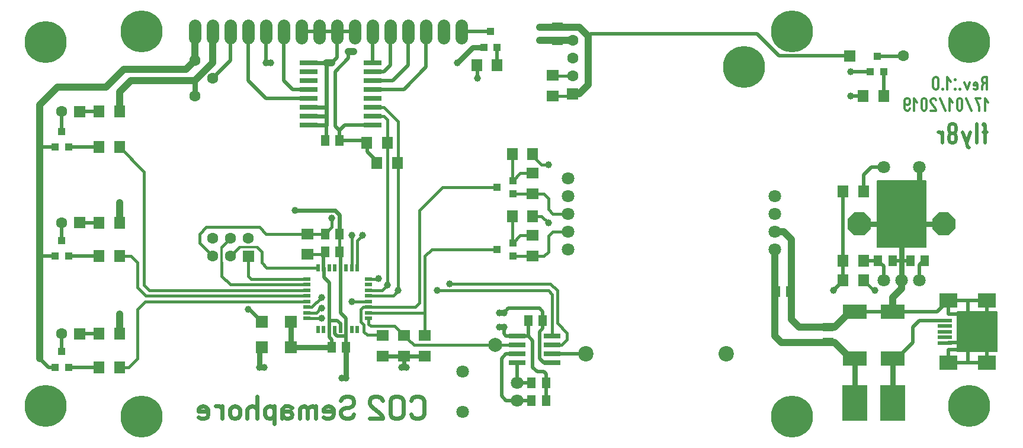
<source format=gbr>
%FSLAX34Y34*%
%MOMM*%
%LNCOPPER_BOTTOM*%
G71*
G01*
%ADD10C, 1.800*%
%ADD11C, 1.800*%
%ADD12C, 1.600*%
%ADD13C, 6.000*%
%ADD14C, 1.600*%
%ADD15R, 0.500X1.000*%
%ADD16R, 1.000X0.500*%
%ADD17R, 2.600X0.800*%
%ADD18R, 2.400X0.800*%
%ADD19C, 2.200*%
%ADD20R, 2.500X2.000*%
%ADD21R, 2.000X0.500*%
%ADD22R, 3.600X5.200*%
%ADD23R, 3.500X2.000*%
%ADD24R, 1.500X1.200*%
%ADD25R, 1.200X1.500*%
%ADD26R, 1.800X1.500*%
%ADD27R, 1.500X1.800*%
%ADD28C, 1.600*%
%ADD29R, 1.700X1.800*%
%ADD30R, 1.100X1.100*%
%ADD31C, 2.000*%
%ADD32C, 0.800*%
%ADD33C, 0.500*%
%ADD34C, 0.200*%
%ADD35C, 1.800*%
%ADD36C, 1.000*%
%ADD37C, 1.000*%
%ADD38C, 0.400*%
%ADD39C, 0.600*%
%ADD40C, 0.300*%
%ADD41C, 0.556*%
%ADD42C, 0.318*%
%ADD43C, 0.476*%
%LPD*%
G54D10*
X294000Y628600D02*
X294000Y610600D01*
G54D10*
X319400Y628600D02*
X319400Y610600D01*
G54D10*
X344800Y628600D02*
X344800Y610600D01*
G54D10*
X370200Y628600D02*
X370200Y610600D01*
G54D10*
X395600Y628600D02*
X395600Y610600D01*
G54D10*
X421000Y628600D02*
X421000Y610600D01*
G54D10*
X446400Y628600D02*
X446400Y610600D01*
G54D10*
X471800Y628600D02*
X471800Y610600D01*
G54D10*
X497200Y628600D02*
X497200Y610600D01*
G54D10*
X522600Y628600D02*
X522600Y610600D01*
G54D10*
X548000Y628600D02*
X548000Y610600D01*
G54D10*
X573400Y628600D02*
X573400Y610600D01*
G54D10*
X598800Y628600D02*
X598800Y610600D01*
G54D10*
X624200Y628600D02*
X624200Y610600D01*
G54D10*
X649600Y628600D02*
X649600Y610600D01*
G54D10*
X675000Y628600D02*
X675000Y610600D01*
X1278250Y264000D02*
G54D11*
D03*
X1303650Y264000D02*
G54D11*
D03*
X1329050Y264000D02*
G54D11*
D03*
X1278250Y425925D02*
G54D11*
D03*
X1329050Y425925D02*
G54D11*
D03*
G36*
X1226825Y351810D02*
X1236477Y361462D01*
X1250173Y361462D01*
X1259825Y351810D01*
X1259825Y338114D01*
X1250173Y328462D01*
X1236477Y328462D01*
X1226825Y338114D01*
X1226825Y351810D01*
G37*
G36*
X1347475Y351810D02*
X1357127Y361462D01*
X1370823Y361462D01*
X1380475Y351810D01*
X1380475Y338114D01*
X1370823Y328462D01*
X1357127Y328462D01*
X1347475Y338114D01*
X1347475Y351810D01*
G37*
G36*
X136900Y497300D02*
X120900Y497300D01*
X120900Y513300D01*
X136900Y513300D01*
X136900Y497300D01*
G37*
X103500Y505300D02*
G54D12*
D03*
G36*
X136900Y338550D02*
X120900Y338550D01*
X120900Y354550D01*
X136900Y354550D01*
X136900Y338550D01*
G37*
X103500Y346550D02*
G54D12*
D03*
G36*
X136900Y179800D02*
X120900Y179800D01*
X120900Y195800D01*
X136900Y195800D01*
X136900Y179800D01*
G37*
X103500Y187800D02*
G54D12*
D03*
X80000Y605000D02*
G54D13*
D03*
X80000Y85000D02*
G54D13*
D03*
X1400000Y85000D02*
G54D13*
D03*
X1400000Y605000D02*
G54D13*
D03*
G36*
X1222000Y593000D02*
X1238000Y593000D01*
X1238000Y577000D01*
X1222000Y577000D01*
X1222000Y593000D01*
G37*
X1306200Y585000D02*
G54D14*
D03*
X525775Y194150D02*
G54D15*
D03*
X517775Y194150D02*
G54D15*
D03*
X509775Y194150D02*
G54D15*
D03*
X501775Y194150D02*
G54D15*
D03*
X493775Y194150D02*
G54D15*
D03*
X485775Y194150D02*
G54D15*
D03*
X477775Y194150D02*
G54D15*
D03*
X469775Y194150D02*
G54D15*
D03*
X525775Y282150D02*
G54D15*
D03*
X517775Y282150D02*
G54D15*
D03*
X509775Y282150D02*
G54D15*
D03*
X501775Y282150D02*
G54D15*
D03*
X493775Y282150D02*
G54D15*
D03*
X485775Y282150D02*
G54D15*
D03*
X477775Y282150D02*
G54D15*
D03*
X469775Y282150D02*
G54D15*
D03*
X453775Y210150D02*
G54D16*
D03*
X453775Y218150D02*
G54D16*
D03*
X453775Y226150D02*
G54D16*
D03*
X453775Y234150D02*
G54D16*
D03*
X453775Y242150D02*
G54D16*
D03*
X453775Y250150D02*
G54D16*
D03*
X453775Y258150D02*
G54D16*
D03*
X453775Y266150D02*
G54D16*
D03*
X541775Y210150D02*
G54D16*
D03*
X541775Y218150D02*
G54D16*
D03*
X541775Y226150D02*
G54D16*
D03*
X541775Y234150D02*
G54D16*
D03*
X541775Y242150D02*
G54D16*
D03*
X541775Y250150D02*
G54D16*
D03*
X541775Y258150D02*
G54D16*
D03*
X541775Y266150D02*
G54D16*
D03*
X455925Y486250D02*
G54D17*
D03*
X455925Y498950D02*
G54D17*
D03*
X455925Y511650D02*
G54D17*
D03*
X455925Y524350D02*
G54D17*
D03*
X455925Y537050D02*
G54D17*
D03*
X455925Y549750D02*
G54D17*
D03*
X455925Y562450D02*
G54D17*
D03*
X455925Y575150D02*
G54D17*
D03*
X547925Y575150D02*
G54D17*
D03*
X547925Y562450D02*
G54D17*
D03*
X547925Y549750D02*
G54D17*
D03*
X547925Y537050D02*
G54D17*
D03*
X547925Y524350D02*
G54D17*
D03*
X547925Y511650D02*
G54D17*
D03*
X547925Y498950D02*
G54D17*
D03*
X547925Y486250D02*
G54D17*
D03*
X754375Y146525D02*
G54D18*
D03*
X754375Y159225D02*
G54D18*
D03*
X754375Y171925D02*
G54D18*
D03*
X754375Y184625D02*
G54D18*
D03*
X804375Y184625D02*
G54D18*
D03*
X804375Y171925D02*
G54D18*
D03*
X804375Y159225D02*
G54D18*
D03*
X804375Y146525D02*
G54D18*
D03*
X1052825Y159225D02*
G54D19*
D03*
X852825Y159225D02*
G54D19*
D03*
X1370325Y235425D02*
G54D20*
D03*
X1425825Y235425D02*
G54D20*
D03*
X1370325Y146425D02*
G54D20*
D03*
X1425825Y146425D02*
G54D20*
D03*
X1365838Y174969D02*
G54D21*
D03*
X1365838Y206969D02*
G54D21*
D03*
X1365838Y198969D02*
G54D21*
D03*
X1365838Y190969D02*
G54D21*
D03*
X1365838Y182969D02*
G54D21*
D03*
X1236975Y89375D02*
G54D22*
D03*
X1290950Y89375D02*
G54D22*
D03*
X1290950Y152875D02*
G54D23*
D03*
X1290950Y219550D02*
G54D23*
D03*
X1236975Y152875D02*
G54D23*
D03*
X1236975Y219550D02*
G54D23*
D03*
X1198875Y176688D02*
G54D24*
D03*
X1198875Y197288D02*
G54D24*
D03*
X795650Y92550D02*
G54D25*
D03*
X775050Y92550D02*
G54D25*
D03*
X795650Y117950D02*
G54D25*
D03*
X775050Y117950D02*
G54D25*
D03*
X770250Y206850D02*
G54D25*
D03*
X790850Y206850D02*
G54D25*
D03*
X500375Y464025D02*
G54D25*
D03*
X479775Y464025D02*
G54D25*
D03*
X509900Y168750D02*
G54D25*
D03*
X489300Y168750D02*
G54D25*
D03*
X500375Y305275D02*
G54D25*
D03*
X479775Y305275D02*
G54D25*
D03*
X500338Y330675D02*
G54D25*
D03*
X479738Y330675D02*
G54D25*
D03*
X1144862Y248125D02*
G54D25*
D03*
X1124262Y248125D02*
G54D25*
D03*
X811525Y626585D02*
G54D24*
D03*
X811525Y605985D02*
G54D24*
D03*
X1290950Y292575D02*
G54D25*
D03*
X1270350Y292575D02*
G54D25*
D03*
X1336988Y292575D02*
G54D25*
D03*
X1316388Y292575D02*
G54D25*
D03*
X592450Y156050D02*
G54D26*
D03*
X592450Y185418D02*
G54D26*
D03*
X583242Y432275D02*
G54D27*
D03*
X553874Y432275D02*
G54D27*
D03*
X568638Y460850D02*
G54D27*
D03*
X539270Y460850D02*
G54D27*
D03*
X725800Y571975D02*
G54D27*
D03*
X696432Y571975D02*
G54D27*
D03*
X186050Y505300D02*
G54D27*
D03*
X156682Y505300D02*
G54D27*
D03*
X186050Y346550D02*
G54D27*
D03*
X156682Y346550D02*
G54D27*
D03*
X186050Y187800D02*
G54D27*
D03*
X156682Y187800D02*
G54D27*
D03*
X776600Y356075D02*
G54D27*
D03*
X747232Y356075D02*
G54D27*
D03*
X776600Y298925D02*
G54D26*
D03*
X776600Y328293D02*
G54D26*
D03*
X622612Y156050D02*
G54D26*
D03*
X622612Y185418D02*
G54D26*
D03*
X186050Y454500D02*
G54D27*
D03*
X156682Y454500D02*
G54D27*
D03*
X454338Y330675D02*
G54D26*
D03*
X454338Y301307D02*
G54D26*
D03*
X186050Y298925D02*
G54D27*
D03*
X156682Y298925D02*
G54D27*
D03*
X776600Y444975D02*
G54D27*
D03*
X747232Y444975D02*
G54D27*
D03*
X776600Y387825D02*
G54D26*
D03*
X776600Y417193D02*
G54D26*
D03*
X562288Y156050D02*
G54D26*
D03*
X562288Y185418D02*
G54D26*
D03*
X186050Y140175D02*
G54D27*
D03*
X156682Y140175D02*
G54D27*
D03*
X1278250Y527525D02*
G54D27*
D03*
X1248882Y527525D02*
G54D27*
D03*
X1249675Y292575D02*
G54D27*
D03*
X1220307Y292575D02*
G54D27*
D03*
X1249675Y264000D02*
G54D27*
D03*
X1220307Y264000D02*
G54D27*
D03*
X1249675Y391000D02*
G54D27*
D03*
X1220307Y391000D02*
G54D27*
D03*
X805175Y527525D02*
G54D26*
D03*
X805175Y556893D02*
G54D26*
D03*
G36*
X362200Y290925D02*
X362200Y306925D01*
X378200Y306925D01*
X378200Y290925D01*
X362200Y290925D01*
G37*
X370200Y324325D02*
G54D28*
D03*
X344800Y298925D02*
G54D28*
D03*
X344800Y324325D02*
G54D28*
D03*
X319400Y298925D02*
G54D28*
D03*
X319400Y324325D02*
G54D28*
D03*
X294000Y527525D02*
G54D12*
D03*
X294000Y578325D02*
G54D12*
D03*
X319400Y552925D02*
G54D12*
D03*
X430525Y168750D02*
G54D29*
D03*
X389250Y168750D02*
G54D29*
D03*
X430525Y205262D02*
G54D29*
D03*
X389250Y205262D02*
G54D29*
D03*
X706750Y597375D02*
G54D30*
D03*
X725750Y597375D02*
G54D30*
D03*
X716250Y619575D02*
G54D30*
D03*
X93975Y454500D02*
G54D30*
D03*
X112975Y454500D02*
G54D30*
D03*
X103475Y476700D02*
G54D30*
D03*
X748025Y298925D02*
G54D30*
D03*
X748025Y317925D02*
G54D30*
D03*
X725825Y308425D02*
G54D30*
D03*
X93975Y298925D02*
G54D30*
D03*
X112975Y298925D02*
G54D30*
D03*
X103475Y321125D02*
G54D30*
D03*
X748025Y387825D02*
G54D30*
D03*
X748025Y406825D02*
G54D30*
D03*
X725825Y397325D02*
G54D30*
D03*
X93975Y140175D02*
G54D30*
D03*
X112975Y140175D02*
G54D30*
D03*
X103475Y162375D02*
G54D30*
D03*
X1259200Y562450D02*
G54D30*
D03*
X1278200Y562450D02*
G54D30*
D03*
X1268700Y584650D02*
G54D30*
D03*
X722625Y171925D02*
G54D31*
D03*
G36*
X825750Y522700D02*
X825750Y538700D01*
X841750Y538700D01*
X841750Y522700D01*
X825750Y522700D01*
G37*
X833750Y556100D02*
G54D14*
D03*
X833750Y581500D02*
G54D14*
D03*
X833750Y606900D02*
G54D14*
D03*
X1122675Y384650D02*
G54D11*
D03*
X1122675Y359250D02*
G54D11*
D03*
X1122675Y333850D02*
G54D11*
D03*
X1122675Y308450D02*
G54D11*
D03*
X827400Y308450D02*
G54D11*
D03*
X827400Y333850D02*
G54D11*
D03*
X827400Y359250D02*
G54D11*
D03*
X827400Y384650D02*
G54D11*
D03*
X827400Y410050D02*
G54D11*
D03*
G54D32*
X1236975Y152875D02*
X1236975Y89375D01*
G54D32*
X1290950Y152875D02*
X1290950Y89375D01*
G54D33*
X1365838Y206969D02*
X1329169Y206969D01*
X1319525Y197325D01*
X1319525Y175100D01*
X1303650Y159225D01*
G36*
X1383025Y219550D02*
X1383025Y162400D01*
X1440175Y162400D01*
X1440175Y219550D01*
X1383025Y219550D01*
G37*
G54D34*
X1383025Y219550D02*
X1383025Y162400D01*
X1440175Y162400D01*
X1440175Y219550D01*
X1383025Y219550D01*
G54D33*
X1425825Y146425D02*
X1425825Y163925D01*
X1427475Y165575D01*
G54D33*
X1425825Y235425D02*
X1425825Y214725D01*
X1424300Y213200D01*
G54D33*
X1370325Y146425D02*
X1425825Y146425D01*
G54D33*
X1370325Y235425D02*
X1425825Y235425D01*
G54D33*
X1370325Y235425D02*
X1370325Y216375D01*
X1386200Y216375D01*
G54D33*
X1370325Y146425D02*
X1370325Y165575D01*
X1386200Y165575D01*
G54D33*
X1236975Y219550D02*
X1354450Y219550D01*
X1370325Y235425D01*
G54D33*
X1370325Y175100D02*
X1386200Y175100D01*
G54D33*
X1329050Y264000D02*
X1329050Y286225D01*
X1335400Y292575D01*
G54D33*
X1278250Y264000D02*
X1278250Y284675D01*
X1270350Y292575D01*
G54D33*
X547925Y575150D02*
X547925Y619525D01*
X548000Y619600D01*
G54D33*
X547925Y562450D02*
X563875Y562450D01*
X573400Y571975D01*
X573400Y619600D01*
G54D33*
X547925Y549750D02*
X576575Y549750D01*
X598800Y571975D01*
X598800Y619600D01*
G54D33*
X547925Y537050D02*
X592450Y537050D01*
X624200Y568800D01*
X624200Y619600D01*
G54D33*
X455925Y537050D02*
X433700Y537050D01*
X421000Y549750D01*
X421000Y619600D01*
G54D33*
X455925Y524350D02*
X395600Y524350D01*
X370200Y549750D01*
X370200Y619600D01*
X217400Y620000D02*
G54D13*
D03*
X217400Y70000D02*
G54D13*
D03*
X1147400Y70000D02*
G54D13*
D03*
X1147400Y620000D02*
G54D13*
D03*
X1078225Y568800D02*
G54D13*
D03*
X754375Y117950D02*
G54D35*
D03*
X754375Y92550D02*
G54D35*
D03*
X1181412Y197325D02*
G54D36*
D03*
X1181412Y175100D02*
G54D36*
D03*
G54D37*
X1189350Y197325D02*
X1208400Y197325D01*
X1224275Y213200D01*
G54D37*
X1189350Y175100D02*
X1208400Y175100D01*
X1224275Y159225D01*
G54D33*
X1398900Y235425D02*
X1398900Y219550D01*
G54D33*
X1398900Y146525D02*
X1398900Y162400D01*
G54D33*
X128900Y505300D02*
X156682Y505300D01*
G54D33*
X103500Y505300D02*
X103500Y476725D01*
X103475Y476700D01*
G54D33*
X128900Y346550D02*
X156682Y346550D01*
G54D33*
X103500Y346550D02*
X103500Y321150D01*
X103475Y321125D01*
G54D33*
X128900Y187800D02*
X156682Y187800D01*
G54D33*
X103500Y187800D02*
X103500Y162400D01*
X103475Y162375D01*
G36*
X1268725Y406875D02*
X1268725Y311625D01*
X1338575Y311625D01*
X1338575Y406875D01*
X1268725Y406875D01*
G37*
G54D34*
X1268725Y406875D02*
X1268725Y311625D01*
X1338575Y311625D01*
X1338575Y406875D01*
X1268725Y406875D01*
G54D32*
X1243325Y344962D02*
X1363975Y344962D01*
G54D32*
X1329050Y425925D02*
X1329050Y391000D01*
G54D32*
X1303650Y264000D02*
X1303650Y324325D01*
G54D33*
X1290950Y292575D02*
X1314800Y292575D01*
G54D38*
X747232Y356075D02*
X747232Y318718D01*
X748025Y317925D01*
G54D38*
X776600Y328293D02*
X758393Y328293D01*
X748025Y317925D01*
G54D38*
X776600Y417193D02*
X758393Y417193D01*
X748025Y406825D01*
G54D38*
X747232Y444975D02*
X747232Y407618D01*
X748025Y406825D01*
G54D38*
X748025Y298925D02*
X776600Y298925D01*
G54D38*
X827400Y333850D02*
X805175Y333850D01*
X798825Y327500D01*
X798825Y305275D01*
X792475Y298925D01*
X776600Y298925D01*
G54D38*
X748025Y387825D02*
X776600Y387825D01*
G54D38*
X827400Y359250D02*
X805175Y359250D01*
X798825Y365600D01*
X798825Y381475D01*
X792475Y387825D01*
X776600Y387825D01*
X798825Y346550D02*
G54D36*
D03*
X798825Y429100D02*
G54D36*
D03*
G54D38*
X776600Y356075D02*
X789300Y356075D01*
X798825Y346550D01*
G54D38*
X798825Y429100D02*
X789300Y429100D01*
X779775Y438625D01*
G54D33*
X795650Y92550D02*
X795650Y117950D01*
G54D33*
X754375Y184625D02*
X770250Y184625D01*
X776600Y178275D01*
X776600Y140175D01*
X782950Y133825D01*
X792475Y133825D01*
X795650Y130650D01*
X795650Y121125D01*
G54D33*
X754375Y117950D02*
X775050Y117950D01*
G54D33*
X754375Y92550D02*
X775050Y92550D01*
G54D33*
X754375Y146525D02*
X754375Y117950D01*
G54D33*
X754375Y159225D02*
X738500Y159225D01*
X732150Y152875D01*
X732150Y98975D01*
X738475Y92650D01*
X754275Y92650D01*
X754375Y92550D01*
G54D33*
X804375Y159225D02*
X852825Y159225D01*
G54D33*
X770250Y206850D02*
X770250Y184625D01*
G54D33*
X804375Y146525D02*
X792475Y146525D01*
X786125Y152875D01*
X786125Y190975D01*
X790888Y195738D01*
X790888Y206812D01*
X790850Y206850D01*
G54D37*
X71750Y152875D02*
X71750Y441800D01*
G54D33*
X93975Y140175D02*
X84450Y140175D01*
X71750Y152875D01*
G54D33*
X93975Y298925D02*
X71750Y298925D01*
G54D33*
X93975Y454500D02*
X71750Y454500D01*
G54D33*
X112975Y454500D02*
X156682Y454500D01*
G54D33*
X112975Y298925D02*
X156682Y298925D01*
G54D33*
X112975Y140175D02*
X156682Y140175D01*
G54D39*
X455925Y575150D02*
X481325Y575150D01*
X481325Y486250D01*
G54D39*
X455925Y511650D02*
X481325Y511650D01*
G54D39*
X455925Y498950D02*
X481325Y498950D01*
G54D39*
X455925Y486250D02*
X481325Y486250D01*
X1173475Y197325D02*
G54D36*
D03*
X1173475Y175100D02*
G54D36*
D03*
G54D33*
X675000Y619600D02*
X716225Y619600D01*
X716250Y619575D01*
G54D33*
X725750Y597375D02*
X725750Y572025D01*
X725800Y571975D01*
G54D38*
X344800Y324325D02*
X332100Y311625D01*
G54D38*
X453775Y258150D02*
X344300Y258150D01*
X332100Y270350D01*
X332100Y289400D01*
G54D40*
X332100Y311625D02*
X332100Y289400D01*
G54D38*
X453775Y266150D02*
X374400Y266150D01*
X370200Y270350D01*
X370200Y298925D01*
G54D38*
X344800Y298925D02*
X357500Y311625D01*
G54D38*
X469775Y282150D02*
X396500Y282150D01*
X389250Y289400D01*
X389250Y305275D01*
X382900Y311625D01*
G54D40*
X357500Y311625D02*
X382900Y311625D01*
G54D33*
X1249675Y292575D02*
X1270350Y292575D01*
X71750Y152875D02*
G54D36*
D03*
X71750Y160812D02*
G54D36*
D03*
X186050Y208438D02*
G54D36*
D03*
X186050Y367188D02*
G54D36*
D03*
X186050Y533875D02*
G54D36*
D03*
X186050Y216375D02*
G54D36*
D03*
X186050Y375125D02*
G54D36*
D03*
X186050Y525938D02*
G54D36*
D03*
G54D37*
X186050Y533875D02*
X186050Y505300D01*
G54D37*
X186050Y375125D02*
X186050Y346550D01*
G54D37*
X186050Y216375D02*
X186050Y187800D01*
G54D37*
X186050Y524350D02*
X186050Y533875D01*
X201925Y549750D01*
X294000Y549750D01*
X319400Y575150D01*
X319400Y619600D01*
G54D32*
X294000Y527525D02*
X294000Y546575D01*
X290825Y549750D01*
G54D33*
X344800Y619600D02*
X344800Y578325D01*
X319400Y552925D01*
G54D33*
X294000Y619600D02*
X294000Y578325D01*
G54D37*
X71750Y441800D02*
X71750Y514825D01*
X97150Y540225D01*
X167000Y540225D01*
X192400Y565625D01*
X281300Y565625D01*
X294000Y578325D01*
X294000Y619600D01*
G54D33*
X493775Y194150D02*
X493775Y188050D01*
X497200Y184625D01*
X509900Y184625D01*
G54D33*
X509775Y194150D02*
X509775Y168875D01*
X509900Y168750D01*
G54D33*
X501775Y194150D02*
X501775Y202275D01*
X497200Y206850D01*
X487675Y206850D01*
G54D33*
X485775Y194150D02*
X485775Y261138D01*
X478150Y268762D01*
X478150Y281775D01*
X477775Y282150D01*
G54D33*
X485775Y194150D02*
X485775Y183350D01*
X489262Y179862D01*
X489262Y168788D01*
X489300Y168750D01*
G54D33*
X501775Y282150D02*
X501775Y218150D01*
X509900Y210025D01*
X509900Y194275D01*
X509775Y194150D01*
G54D33*
X477775Y282150D02*
X477775Y303275D01*
X479775Y305275D01*
G54D33*
X501775Y282150D02*
X501775Y303875D01*
X500375Y305275D01*
X474975Y240188D02*
G54D36*
D03*
X474975Y224312D02*
G54D36*
D03*
X474975Y210025D02*
G54D36*
D03*
G54D38*
X833750Y556100D02*
X805968Y556100D01*
X805175Y556893D01*
G54D38*
X805175Y527525D02*
X830575Y527525D01*
X833750Y530700D01*
G54D33*
X481325Y486250D02*
X481325Y465575D01*
X479775Y464025D01*
G54D33*
X479775Y464025D02*
X479775Y464025D01*
G54D33*
X547925Y486250D02*
X508312Y486250D01*
X500375Y478312D01*
X500375Y464025D01*
G54D33*
X500375Y464025D02*
X536094Y464025D01*
X539270Y460850D01*
G54D33*
X555144Y432275D02*
X549588Y438625D01*
X540062Y448150D01*
X540062Y460057D01*
X539270Y460850D01*
G54D38*
X547925Y498950D02*
X563875Y498950D01*
X568638Y494188D01*
X568638Y460850D01*
G54D38*
X547925Y511650D02*
X563875Y511650D01*
X584512Y491012D01*
X584512Y432275D01*
X584512Y249712D01*
X568638Y257650D02*
G54D36*
D03*
X584512Y249712D02*
G54D36*
D03*
G54D33*
X1268700Y584650D02*
X1305850Y584650D01*
X1306200Y585000D01*
G54D33*
X1278200Y562450D02*
X1278200Y527575D01*
X1278250Y527525D01*
X668650Y575150D02*
G54D36*
D03*
G54D32*
X706750Y597375D02*
X690875Y597375D01*
X668650Y575150D01*
X794062Y625950D02*
G54D36*
D03*
X786125Y625950D02*
G54D36*
D03*
X786125Y606900D02*
G54D36*
D03*
X794062Y606900D02*
G54D36*
D03*
G54D37*
X786125Y606900D02*
X805175Y606900D01*
G54D37*
X786125Y625950D02*
X809620Y625950D01*
X811525Y626585D01*
G54D37*
X833750Y606900D02*
X812440Y606900D01*
X811525Y605985D01*
G54D37*
X833750Y530700D02*
X843275Y530700D01*
X855975Y543400D01*
X855975Y613250D01*
X843275Y625950D01*
X812160Y625950D01*
X811525Y626585D01*
X697225Y552925D02*
G54D36*
D03*
G54D33*
X697225Y552925D02*
X697225Y571182D01*
X696432Y571975D01*
X521012Y591025D02*
G54D36*
D03*
X513075Y591025D02*
G54D36*
D03*
X481325Y575150D02*
G54D36*
D03*
X489262Y575150D02*
G54D36*
D03*
G54D37*
X513075Y591025D02*
X521012Y591025D01*
G54D37*
X481325Y575150D02*
X489262Y575150D01*
G54D33*
X513075Y591025D02*
X513075Y581500D01*
X494025Y562450D01*
X494025Y484662D01*
X500375Y478312D01*
X1230625Y527525D02*
G54D36*
D03*
G54D33*
X1229832Y527525D02*
X1248882Y527525D01*
G54D33*
X1230000Y585000D02*
X1128700Y585000D01*
X1097275Y616425D01*
X859150Y616425D01*
X855975Y613250D01*
X1230625Y562450D02*
G54D36*
D03*
G54D33*
X1230625Y562450D02*
X1259200Y562450D01*
X555938Y267175D02*
G54D36*
D03*
X392425Y140175D02*
G54D36*
D03*
X386075Y140175D02*
G54D36*
D03*
X503550Y124300D02*
G54D36*
D03*
X509900Y124300D02*
G54D36*
D03*
G54D32*
X386075Y140175D02*
X392425Y140175D01*
G54D32*
X503550Y124300D02*
X509900Y124300D01*
X509900Y168750D01*
G54D38*
X453775Y234150D02*
X222875Y234150D01*
X211450Y222725D01*
X211450Y152875D01*
X198750Y140175D01*
X186050Y140175D01*
G54D38*
X453775Y242150D02*
X223775Y242150D01*
X211450Y254475D01*
X211450Y289400D01*
X201925Y298925D01*
X186050Y298925D01*
G54D38*
X453775Y250150D02*
X228475Y250150D01*
X220975Y257650D01*
X220975Y419575D01*
X186050Y454500D01*
G54D38*
X453775Y210150D02*
X473262Y210150D01*
X473388Y210025D01*
G54D38*
X453775Y218150D02*
X467225Y218150D01*
X473388Y224312D01*
G54D38*
X453775Y226150D02*
X460938Y226150D01*
X474975Y240188D01*
G54D32*
X489300Y168750D02*
X430525Y168750D01*
X430525Y205262D01*
G54D32*
X386075Y140175D02*
X386075Y165575D01*
X389250Y168750D01*
X370200Y222725D02*
G54D36*
D03*
G54D38*
X541775Y226150D02*
X533962Y226150D01*
X530538Y222725D01*
X530538Y205262D01*
X535300Y200500D01*
X535300Y190975D01*
X540062Y186212D01*
X561493Y186212D01*
X562288Y185418D01*
G54D38*
X541775Y210150D02*
X541775Y201962D01*
X544825Y198912D01*
X578956Y198912D01*
X592450Y185418D01*
X593244Y185418D01*
G54D38*
X754375Y171925D02*
X606738Y171925D01*
X598800Y179862D01*
G54D38*
X541775Y218150D02*
X622425Y218150D01*
X622612Y217962D01*
X622612Y185418D01*
G54D38*
X622425Y218150D02*
X622425Y298738D01*
X632138Y308450D01*
X725800Y308450D01*
X725825Y308425D01*
G54D38*
X541775Y226150D02*
X608575Y226150D01*
X614675Y232250D01*
X614675Y364012D01*
X648012Y397350D01*
X725800Y397350D01*
X725825Y397325D01*
G54D39*
X562288Y156050D02*
X622612Y156050D01*
X589275Y140175D02*
G54D36*
D03*
X595625Y140175D02*
G54D36*
D03*
G54D39*
X589275Y140175D02*
X595625Y140175D01*
G54D39*
X592450Y156050D02*
X592450Y143350D01*
X595625Y140175D01*
G54D38*
X568638Y257650D02*
X568638Y452912D01*
G54D38*
X541775Y250150D02*
X561138Y250150D01*
X568638Y257650D01*
G54D38*
X541775Y242150D02*
X576950Y242150D01*
X584512Y249712D01*
G54D38*
X541775Y266150D02*
X554912Y266150D01*
X555938Y267175D01*
X517838Y329088D02*
G54D36*
D03*
X533712Y329088D02*
G54D36*
D03*
G54D38*
X517775Y282150D02*
X517775Y329025D01*
X517838Y329088D01*
G54D38*
X525775Y282150D02*
X525775Y321150D01*
X533712Y329088D01*
G54D37*
X1189350Y175100D02*
X1132200Y175100D01*
X1122675Y184625D01*
X1122675Y308450D01*
G54D37*
X1189350Y197325D02*
X1157600Y197325D01*
X1146488Y208438D01*
X1146488Y322738D01*
X1135375Y333850D01*
X1122675Y333850D01*
X517838Y233838D02*
G54D36*
D03*
X489262Y352900D02*
G54D36*
D03*
G54D38*
X541775Y234150D02*
X518150Y234150D01*
X517838Y233838D01*
G54D38*
X489262Y352900D02*
X489262Y340200D01*
X479738Y330675D01*
G54D38*
X479738Y330675D02*
X454338Y330675D01*
G54D38*
X454338Y301307D02*
X475807Y301307D01*
X479775Y305275D01*
G54D38*
X500338Y330675D02*
X500338Y305312D01*
X500375Y305275D01*
G54D38*
X454338Y330675D02*
X395600Y330675D01*
X386075Y340200D01*
X309875Y340200D01*
X300350Y330675D01*
X300350Y317975D01*
X319400Y298925D01*
G54D33*
X370200Y222725D02*
X371788Y222725D01*
X389250Y205262D01*
G54D39*
X500338Y330675D02*
X500338Y357700D01*
X494025Y364012D01*
X436875Y364012D01*
X436875Y364012D02*
G54D36*
D03*
G54D38*
X804375Y184625D02*
X804375Y244162D01*
X798825Y249712D01*
X640075Y249712D01*
G54D38*
X804375Y171925D02*
X817875Y171925D01*
X825812Y179862D01*
X825812Y189388D01*
X811525Y203675D01*
X811525Y249712D01*
X802000Y259238D01*
X657538Y259238D01*
X657538Y259238D02*
G54D36*
D03*
X640075Y249712D02*
G54D36*
D03*
X676588Y133825D02*
G54D35*
D03*
X676588Y76675D02*
G54D35*
D03*
X728975Y197325D02*
G54D36*
D03*
X735325Y197325D02*
G54D36*
D03*
G54D33*
X728975Y197325D02*
X735325Y197325D01*
X735325Y187800D01*
X738500Y184625D01*
X754375Y184625D01*
X728975Y217962D02*
G54D36*
D03*
X735325Y217962D02*
G54D36*
D03*
G54D33*
X728975Y217962D02*
X735325Y217962D01*
X741675Y224312D01*
X786125Y224312D01*
X790888Y219550D01*
X790888Y206888D01*
X790850Y206850D01*
G54D37*
X1303650Y264000D02*
X1303650Y252888D01*
X1290950Y240188D01*
X1290950Y219550D01*
X1265550Y249712D02*
G54D36*
D03*
G54D38*
X1265550Y249712D02*
X1263962Y249712D01*
X1249675Y264000D01*
G54D33*
X1249675Y391000D02*
X1249675Y414812D01*
X1260788Y425925D01*
X1278250Y425925D01*
G54D33*
X1220307Y391000D02*
X1220307Y264000D01*
X1206812Y249712D02*
G54D36*
D03*
G54D33*
X1206812Y249712D02*
X1221100Y264000D01*
X395600Y575150D02*
G54D36*
D03*
X401950Y575150D02*
G54D36*
D03*
G54D33*
X395600Y619600D02*
X395600Y575150D01*
X401950Y575150D01*
G54D41*
X602358Y72983D02*
X604692Y69094D01*
X609358Y67150D01*
X614025Y67150D01*
X618692Y69094D01*
X621025Y72983D01*
X621025Y92428D01*
X618692Y96317D01*
X614025Y98261D01*
X609358Y98261D01*
X604692Y96317D01*
X602358Y92428D01*
G54D41*
X572802Y92428D02*
X572802Y72983D01*
X575136Y69094D01*
X579802Y67150D01*
X584469Y67150D01*
X589136Y69094D01*
X591469Y72983D01*
X591469Y92428D01*
X589136Y96317D01*
X584469Y98261D01*
X579802Y98261D01*
X575136Y96317D01*
X572802Y92428D01*
G54D41*
X543246Y67150D02*
X561913Y67150D01*
X561913Y69094D01*
X559580Y72983D01*
X545580Y84650D01*
X543246Y88539D01*
X543246Y92428D01*
X545580Y96317D01*
X550246Y98261D01*
X554913Y98261D01*
X559580Y96317D01*
X561913Y92428D01*
G54D41*
X521001Y72983D02*
X518668Y69094D01*
X514001Y67150D01*
X509334Y67150D01*
X504668Y69094D01*
X502334Y72983D01*
X502334Y76872D01*
X504668Y80761D01*
X509334Y82706D01*
X514001Y82706D01*
X518668Y84650D01*
X521001Y88539D01*
X521001Y92428D01*
X518668Y96317D01*
X514001Y98261D01*
X509334Y98261D01*
X504668Y96317D01*
X502334Y92428D01*
G54D41*
X477445Y69094D02*
X481178Y67150D01*
X485845Y67150D01*
X490512Y69094D01*
X491445Y72983D01*
X491445Y79594D01*
X489112Y83483D01*
X484445Y84650D01*
X479778Y83483D01*
X477445Y80761D01*
X477445Y76872D01*
X491445Y76872D01*
G54D41*
X466556Y67150D02*
X466556Y84650D01*
G54D41*
X466556Y81539D02*
X461889Y84650D01*
X457223Y83483D01*
X454889Y80761D01*
X454889Y67150D01*
G54D41*
X454889Y81539D02*
X450223Y84650D01*
X445556Y83483D01*
X443223Y80761D01*
X443223Y67150D01*
G54D41*
X432334Y82706D02*
X427667Y84650D01*
X422067Y84650D01*
X418334Y80761D01*
X418334Y67150D01*
G54D41*
X418334Y72983D02*
X420667Y76872D01*
X425334Y77650D01*
X430001Y76872D01*
X432334Y72983D01*
X431401Y69094D01*
X427667Y67150D01*
X425334Y67150D01*
X424401Y67150D01*
X420667Y69094D01*
X418334Y72983D01*
G54D41*
X407445Y84650D02*
X407445Y59372D01*
G54D41*
X407445Y72983D02*
X405112Y67928D01*
X400445Y67150D01*
X395778Y67928D01*
X393445Y71817D01*
X393445Y79594D01*
X395778Y83483D01*
X400445Y84650D01*
X405112Y83483D01*
X407445Y78817D01*
G54D41*
X382556Y67150D02*
X382556Y98261D01*
G54D41*
X382556Y79594D02*
X380223Y83483D01*
X375556Y84650D01*
X370889Y83483D01*
X368556Y79594D01*
X368556Y67150D01*
G54D41*
X343667Y71817D02*
X343667Y79594D01*
X346000Y83483D01*
X350667Y84650D01*
X355334Y83483D01*
X357667Y79594D01*
X357667Y71817D01*
X355334Y67928D01*
X350667Y67150D01*
X346000Y67928D01*
X343667Y71817D01*
G54D41*
X332778Y67150D02*
X332778Y84650D01*
G54D41*
X332778Y80761D02*
X328111Y84650D01*
X323445Y84650D01*
G54D41*
X298556Y69094D02*
X302289Y67150D01*
X306956Y67150D01*
X311623Y69094D01*
X312556Y72983D01*
X312556Y79594D01*
X310223Y83483D01*
X305556Y84650D01*
X300889Y83483D01*
X298556Y80761D01*
X298556Y76872D01*
X312556Y76872D01*
G54D42*
X1422332Y545939D02*
X1419665Y543717D01*
X1418776Y541494D01*
X1418776Y537050D01*
G54D42*
X1425888Y537050D02*
X1425888Y554828D01*
X1421443Y554828D01*
X1419665Y553717D01*
X1418776Y551494D01*
X1418776Y549272D01*
X1419665Y547050D01*
X1421443Y545939D01*
X1425888Y545939D01*
G54D42*
X1407221Y538161D02*
X1408643Y537050D01*
X1410421Y537050D01*
X1412199Y538161D01*
X1412554Y540383D01*
X1412554Y544161D01*
X1411666Y546383D01*
X1409888Y547050D01*
X1408110Y546383D01*
X1407221Y544828D01*
X1407221Y542606D01*
X1412554Y542606D01*
G54D42*
X1401000Y547050D02*
X1397444Y537050D01*
X1393888Y547050D01*
G54D42*
X1386955Y537050D02*
X1387666Y537050D01*
X1387666Y537939D01*
X1386955Y537939D01*
X1386955Y537050D01*
X1387666Y537050D01*
G54D42*
X1380734Y537050D02*
X1380022Y537050D01*
X1380022Y537939D01*
X1380734Y537939D01*
X1380734Y537050D01*
G54D42*
X1380022Y550383D02*
X1380734Y550383D01*
X1380734Y551272D01*
X1380022Y551272D01*
X1380022Y550383D01*
G54D42*
X1373800Y548161D02*
X1369356Y554828D01*
X1369356Y537050D01*
G54D42*
X1362423Y537050D02*
X1363134Y537050D01*
X1363134Y537939D01*
X1362423Y537939D01*
X1362423Y537050D01*
X1363134Y537050D01*
G54D42*
X1349090Y551494D02*
X1349090Y540383D01*
X1349979Y538161D01*
X1351757Y537050D01*
X1353535Y537050D01*
X1355313Y538161D01*
X1356202Y540383D01*
X1356202Y551494D01*
X1355313Y553717D01*
X1353535Y554828D01*
X1351757Y554828D01*
X1349979Y553717D01*
X1349090Y551494D01*
G54D42*
X1427475Y517999D02*
X1423030Y524665D01*
X1423030Y506888D01*
G54D42*
X1416809Y524665D02*
X1409698Y524665D01*
X1410587Y522443D01*
X1412364Y519110D01*
X1414142Y514665D01*
X1415031Y511332D01*
X1415031Y506888D01*
G54D42*
X1403476Y506888D02*
X1396365Y524665D01*
G54D42*
X1383032Y521332D02*
X1383032Y510221D01*
X1383921Y507999D01*
X1385698Y506888D01*
X1387476Y506888D01*
X1389254Y507999D01*
X1390143Y510221D01*
X1390143Y521332D01*
X1389254Y523554D01*
X1387476Y524665D01*
X1385698Y524665D01*
X1383921Y523554D01*
X1383032Y521332D01*
G54D42*
X1376810Y517999D02*
X1372366Y524665D01*
X1372366Y506888D01*
G54D42*
X1366144Y506888D02*
X1359033Y524665D01*
G54D42*
X1345700Y506888D02*
X1352811Y506888D01*
X1352811Y507999D01*
X1351922Y510221D01*
X1346589Y516888D01*
X1345700Y519110D01*
X1345700Y521332D01*
X1346589Y523554D01*
X1348366Y524665D01*
X1350144Y524665D01*
X1351922Y523554D01*
X1352811Y521332D01*
G54D42*
X1332367Y521332D02*
X1332367Y510221D01*
X1333256Y507999D01*
X1335034Y506888D01*
X1336811Y506888D01*
X1338589Y507999D01*
X1339478Y510221D01*
X1339478Y521332D01*
X1338589Y523554D01*
X1336811Y524665D01*
X1335034Y524665D01*
X1333256Y523554D01*
X1332367Y521332D01*
G54D42*
X1326145Y517999D02*
X1321700Y524665D01*
X1321700Y506888D01*
G54D42*
X1315479Y510221D02*
X1314590Y507999D01*
X1312812Y506888D01*
X1311034Y506888D01*
X1309257Y507999D01*
X1308368Y510221D01*
X1308368Y515776D01*
X1308368Y516888D01*
X1311034Y514665D01*
X1312812Y514665D01*
X1314590Y515776D01*
X1315479Y517999D01*
X1315479Y521332D01*
X1314590Y523554D01*
X1312812Y524665D01*
X1311034Y524665D01*
X1309257Y523554D01*
X1308368Y521332D01*
X1308368Y515776D01*
G54D43*
X1423221Y460850D02*
X1423221Y485850D01*
X1421888Y487517D01*
X1420554Y486517D01*
G54D43*
X1425888Y475850D02*
X1420554Y475850D01*
G54D43*
X1411222Y460850D02*
X1411222Y487517D01*
G54D43*
X1401888Y475850D02*
X1396555Y460850D01*
X1391222Y475850D01*
G54D43*
X1396555Y460850D02*
X1397888Y455850D01*
X1399222Y454183D01*
X1400555Y454183D01*
G54D43*
X1375222Y474183D02*
X1377888Y474183D01*
X1380555Y475850D01*
X1381888Y479183D01*
X1381888Y482517D01*
X1380555Y485850D01*
X1377888Y487517D01*
X1375222Y487517D01*
X1372555Y485850D01*
X1371222Y482517D01*
X1371222Y479183D01*
X1372555Y475850D01*
X1375222Y474183D01*
X1372555Y472517D01*
X1371222Y469183D01*
X1371222Y465850D01*
X1372555Y462517D01*
X1375222Y460850D01*
X1377888Y460850D01*
X1380555Y462517D01*
X1381888Y465850D01*
X1381888Y469183D01*
X1380555Y472517D01*
X1377888Y474183D01*
G54D43*
X1361888Y460850D02*
X1361888Y475850D01*
G54D43*
X1361888Y472517D02*
X1359222Y475850D01*
X1356555Y475850D01*
G54D33*
X446400Y619600D02*
X522600Y619600D01*
G54D33*
X497200Y619600D02*
X497200Y583088D01*
X489262Y575150D01*
M02*

</source>
